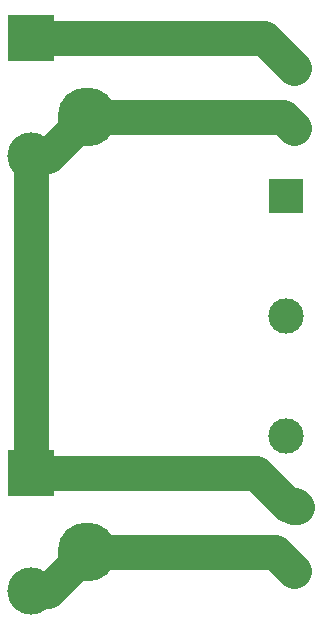
<source format=gbr>
%TF.GenerationSoftware,KiCad,Pcbnew,(5.1.12-1-10_14)*%
%TF.CreationDate,2022-01-05T13:55:06-08:00*%
%TF.ProjectId,SnapInCapStack,536e6170-496e-4436-9170-537461636b2e,3.0*%
%TF.SameCoordinates,Original*%
%TF.FileFunction,Copper,L1,Top*%
%TF.FilePolarity,Positive*%
%FSLAX46Y46*%
G04 Gerber Fmt 4.6, Leading zero omitted, Abs format (unit mm)*
G04 Created by KiCad (PCBNEW (5.1.12-1-10_14)) date 2022-01-05 13:55:06*
%MOMM*%
%LPD*%
G01*
G04 APERTURE LIST*
%TA.AperFunction,ComponentPad*%
%ADD10R,4.000000X4.000000*%
%TD*%
%TA.AperFunction,ComponentPad*%
%ADD11C,4.000000*%
%TD*%
%TA.AperFunction,ComponentPad*%
%ADD12C,5.000000*%
%TD*%
%TA.AperFunction,ComponentPad*%
%ADD13R,3.000000X3.000000*%
%TD*%
%TA.AperFunction,ComponentPad*%
%ADD14C,3.000000*%
%TD*%
%TA.AperFunction,ComponentPad*%
%ADD15C,2.400000*%
%TD*%
%TA.AperFunction,ComponentPad*%
%ADD16O,2.400000X2.400000*%
%TD*%
%TA.AperFunction,Conductor*%
%ADD17C,3.000000*%
%TD*%
G04 APERTURE END LIST*
D10*
%TO.P,C1,1*%
%TO.N,Net-(C1-Pad1)*%
X127000000Y-62865000D03*
D11*
%TO.P,C1,2*%
%TO.N,Net-(C1-Pad2)*%
X127000000Y-72865000D03*
D12*
X131750000Y-69565000D03*
%TD*%
%TO.P,C2,2*%
%TO.N,Net-(C2-Pad2)*%
X131750000Y-106395000D03*
D11*
X127000000Y-109695000D03*
D10*
%TO.P,C2,1*%
%TO.N,Net-(C1-Pad2)*%
X127000000Y-99695000D03*
%TD*%
D13*
%TO.P,J1,1*%
%TO.N,Net-(C1-Pad1)*%
X148590000Y-76200000D03*
D14*
%TO.P,J1,2*%
%TO.N,Net-(C1-Pad2)*%
X148590000Y-86360000D03*
%TO.P,J1,3*%
%TO.N,Net-(C2-Pad2)*%
X148590000Y-96520000D03*
%TD*%
D15*
%TO.P,R1,1*%
%TO.N,Net-(C1-Pad1)*%
X149225000Y-65405000D03*
D16*
%TO.P,R1,2*%
%TO.N,Net-(C1-Pad2)*%
X149225000Y-70485000D03*
%TD*%
%TO.P,R2,2*%
%TO.N,Net-(C2-Pad2)*%
X149225000Y-107950000D03*
D15*
%TO.P,R2,1*%
%TO.N,Net-(C1-Pad2)*%
X149225000Y-102870000D03*
%TD*%
D17*
%TO.N,Net-(C1-Pad1)*%
X146685000Y-62865000D02*
X127000000Y-62865000D01*
X149225000Y-65405000D02*
X146685000Y-62865000D01*
%TO.N,Net-(C1-Pad2)*%
X149326858Y-102394990D02*
X149513434Y-102581566D01*
X148749990Y-102394990D02*
X149326858Y-102394990D01*
X146050000Y-99695000D02*
X148749990Y-102394990D01*
X127000000Y-99695000D02*
X146050000Y-99695000D01*
X128450000Y-72865000D02*
X131750000Y-69565000D01*
X127000000Y-72865000D02*
X128450000Y-72865000D01*
X148305000Y-69565000D02*
X149225000Y-70485000D01*
X131750000Y-69565000D02*
X148305000Y-69565000D01*
X127000000Y-72865000D02*
X127000000Y-99695000D01*
%TO.N,Net-(C2-Pad2)*%
X128450000Y-109695000D02*
X131750000Y-106395000D01*
X127000000Y-109695000D02*
X128450000Y-109695000D01*
X147670000Y-106395000D02*
X149225000Y-107950000D01*
X131750000Y-106395000D02*
X147670000Y-106395000D01*
%TD*%
M02*

</source>
